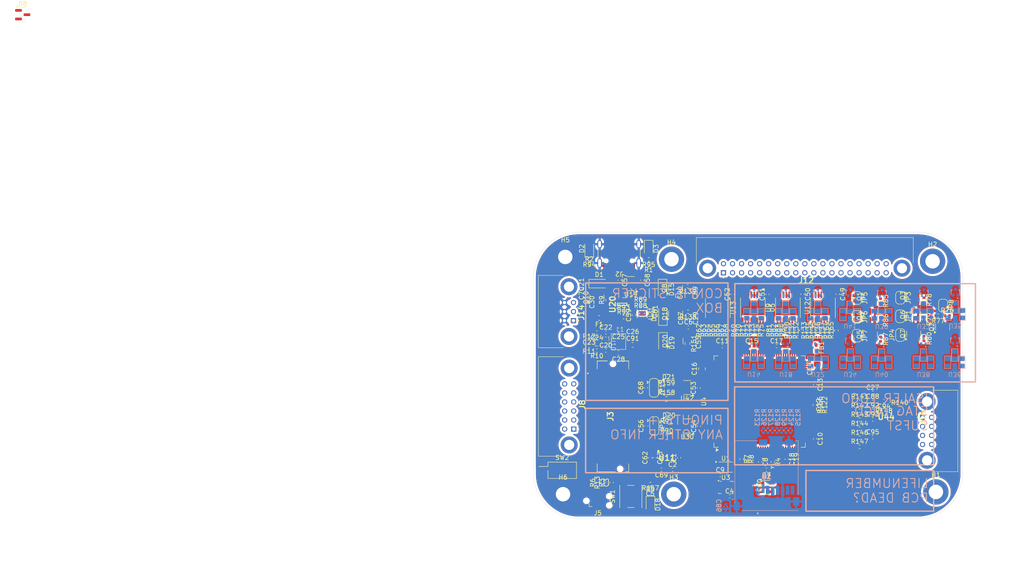
<source format=kicad_pcb>
(kicad_pcb (version 20241229) (generator "pcbnew") (generator_version "9.0")
  (layers (0 "F.Cu" signal) (2 "B.Cu" signal) (13 "F.Paste" user) (15 "B.Paste" user) (5 "F.SilkS" user "F.Silkscreen") (7 "B.SilkS" user "B.Silkscreen") (1 "F.Mask" user) (3 "B.Mask" user) (25 "Edge.Cuts" user))
  (net 0 "")
  (net 1 "/MCU/nRST")
  (net 2 "GND")
  (net 3 "+3V3")
  (net 4 "Net-(C7-Pad1)")
  (net 5 "Net-(U11-V-)")
  (net 6 "+VIN_PROT")
  (net 7 "Net-(U10-BOOT)")
  (net 8 "+5V_REG")
  (net 9 "Net-(U21-FB)")
  (net 10 "/Power/VCC1")
  (net 11 "/Power/SW1")
  (net 12 "+VIN")
  (net 13 "/MCU/OSC_IN")
  (net 14 "Net-(U4-VCAP_1)")
  (net 15 "Net-(U4-VCAP_2)")
  (net 16 "+3V3A")
  (net 17 "+DV1_PROT")
  (net 18 "Net-(U11-V+)")
  (net 19 "Net-(C88-Pad2)")
  (net 20 "Net-(C93-Pad2)")
  (net 21 "Net-(C94-Pad2)")
  (net 22 "Net-(U11-C1+)")
  (net 23 "Net-(D2-A)")
  (net 24 "Net-(D16-A)")
  (net 25 "Net-(U44B-+)")
  (net 26 "Net-(U44B--)")
  (net 27 "Net-(U44C-+)")
  (net 28 "Net-(U44C--)")
  (net 29 "Net-(U44A-+)")
  (net 31 "/Power/FB1")
  (net 33 "R2DS+")
  (net 34 "+DV1")
  (net 35 "Net-(JP2-C)")
  (net 36 "+5V_USB")
  (net 37 "Net-(U11-C1-)")
  (net 38 "Net-(U11-C2+)")
  (net 39 "Net-(U11-C2-)")
  (net 42 "Net-(D19-A)")
  (net 44 "/MCU/USB_D-")
  (net 47 "/MCU/USB_D+")
  (net 48 "Net-(J2-CC2)")
  (net 49 "Net-(J2-CC1)")
  (net 50 "Net-(JP15-C)")
  (net 51 "/MCU/SPI_MOSI")
  (net 53 "/MCU/SPI_MISO")
  (net 54 "/HSDI_13")
  (net 56 "/HSIO/LSD_R2D")
  (net 57 "Net-(Q3-D)")
  (net 58 "Net-(Q4-D)")
  (net 59 "Net-(Q5-D)")
  (net 60 "Net-(Q6-D)")
  (net 61 "Net-(Q7-D)")
  (net 63 "/MCU/OSC_OUT")
  (net 64 "/MCU/RST")
  (net 69 "Net-(D2-K)")
  (net 70 "/Power/USB_LED")
  (net 71 "/HSDI_12")
  (net 72 "/HSDI_14")
  (net 73 "/HSDI_11")
  (net 74 "/HSDI_9")
  (net 75 "/HSDI_8")
  (net 76 "/HSDO_PWM2")
  (net 77 "+5V_USB_PROT")
  (net 78 "Net-(D18-K)")
  (net 79 "/MCU/rob_led!")
  (net 80 "/CAN.F.L")
  (net 81 "/CAN.F.H")
  (net 82 "/CAN.C.H")
  (net 84 "+5V")
  (net 85 "/CAN.C.L")
  (net 89 "/BOOT_0")
  (net 90 "/A7_IN")
  (net 91 "/A4_IN")
  (net 92 "/A2_IN")
  (net 93 "/A3_IN")
  (net 94 "/A1_IN")
  (net 95 "/A6_IN")
  (net 96 "/A5_IN")
  (net 97 "/A8_IN")
  (net 98 "/MCU/EEPROM_WC")
  (net 99 "/MCU/TOO_HOT")
  (net 100 "/VCU.RS232.TX")
  (net 101 "/MCU/IMU_INTR1")
  (net 103 "/MCU/IMU_MODE")
  (net 105 "/MCU/IMU_ADDR")
  (net 106 "/MCU/IMU_INTR2")
  (net 107 "Net-(Q1-D)")
  (net 108 "Net-(U5-A1)")
  (net 109 "Net-(U5-A2)")
  (net 110 "Net-(U5-A3)")
  (net 112 "Net-(U5-A4)")
  (net 114 "Net-(U5-A5)")
  (net 115 "Net-(U5-A6)")
  (net 116 "Net-(U5-A7)")
  (net 117 "Net-(U12-A1)")
  (net 118 "/HS_LED_4")
  (net 123 "/HS_LED_6")
  (net 124 "/HS_LED_1")
  (net 126 "/RTDS+")
  (net 127 "/HSDI_3")
  (net 128 "Net-(U12-A2)")
  (net 129 "/HSDO_7")
  (net 130 "Net-(U12-A3)")
  (net 132 "/HSDI_1")
  (net 133 "/HSDI_2")
  (net 134 "/HSDO_4")
  (net 135 "Net-(U12-A4)")
  (net 136 "/HSDI_6")
  (net 137 "/HSDI_5")
  (net 138 "Net-(U12-A5)")
  (net 139 "/HS_LED_2")
  (net 140 "Net-(U12-A6)")
  (net 141 "/HSDI_7")
  (net 142 "/HSDO_9")
  (net 143 "/HSDO_5")
  (net 145 "/HSDO_8")
  (net 146 "/HS_LED_3")
  (net 147 "/HSDO_1")
  (net 148 "/HSDI_4")
  (net 149 "/HS_LED_5")
  (net 150 "/HSDO_PWM1")
  (net 151 "/HSDO_PWM3")
  (net 152 "/MCU/SWCLK")
  (net 153 "/HSDO_10")
  (net 154 "/HSDO_3")
  (net 155 "/HSDI_10")
  (net 156 "/HSDO_PWM4")
  (net 157 "Net-(U12-A7)")
  (net 158 "/RTDS-")
  (net 159 "/HSDO_2")
  (net 160 "/HSDO_6")
  (net 161 "/VCU.RS232.RX")
  (net 163 "/MCU/BOOT_0")
  (net 172 "/HSIO/LS_LED_1")
  (net 173 "/HSIO/LS_LED_2")
  (net 174 "/HSIO/LS_LED_3")
  (net 175 "/HSIO/LS_LED_4")
  (net 176 "/HSIO/LS_LED_5")
  (net 177 "/HSIO/LS_LED_6")
  (net 183 "Net-(JP8-B)")
  (net 186 "/MCU/SWO")
  (net 187 "/MCU/SWDIO")
  (net 188 "/MCU/I2C0_SDA")
  (net 190 "/MCU/I2C0_SCL")
  (net 191 "Net-(D1-A)")
  (net 192 "/MCU/PG1")
  (net 193 "/ADC/A1_MCU")
  (net 194 "/ADC/A2_MCU")
  (net 195 "/ADC/A3_MCU")
  (net 196 "/ADC/A4_MCU")
  (net 198 "/ADC/A5_MCU")
  (net 199 "/ADC/A6_MCU")
  (net 200 "/ADC/A7_MCU")
  (net 201 "/ADC/A8_MCU")
  (net 202 "/HSIO/LSDI_1")
  (net 203 "/HSIO/LSDI_2")
  (net 204 "/HSIO/LSDI_3")
  (net 205 "/HSIO/LSDI_4")
  (net 206 "/HSIO/LSDI_5")
  (net 207 "/HSIO/LSDI_6")
  (net 208 "/HSIO/LSDI_7")
  (net 209 "/HSIO/LSDI_8")
  (net 210 "/HSIO/LSDI_9")
  (net 211 "/HSIO/LSDI_10")
  (net 212 "/HSIO/LSDI_11")
  (net 213 "/HSIO/LSDI_12")
  (net 214 "/HSIO/LSDI_13")
  (net 215 "/HSIO/LSDI_14")
  (net 216 "/HSIO/LSDO_1")
  (net 217 "/HSIO/LSDO_2")
  (net 218 "/HSIO/LSDO_PWM1")
  (net 219 "/HSIO/LSDO_PWM2")
  (net 220 "/HSIO/LSDO_3")
  (net 221 "/HSIO/LSDO_4")
  (net 222 "/CAN/CAN1_TX")
  (net 223 "/CAN/CAN1_RX")
  (net 224 "/HSIO/CHECK_LED")
  (net 225 "Net-(JP2-B)")
  (net 226 "Net-(JP2-A)")
  (net 227 "Net-(U20-PR1)")
  (net 228 "/MCU/I2C1_SDA")
  (net 229 "/MCU/SD_CARD_DETECT")
  (net 230 "/MCU/SD_D0")
  (net 231 "/MCU/SD_D1")
  (net 232 "/MCU/SD_D2")
  (net 233 "/MCU/SD_D3")
  (net 234 "/MCU/SD_CMD")
  (net 235 "/MCU/SD_CK")
  (net 236 "Net-(J6-CLK)")
  (net 237 "/HSIO/LSDO_5")
  (net 238 "/HSIO/LSDO_6")
  (net 239 "/HSIO/LSDO_7")
  (net 240 "/HSIO/LSDO_8")
  (net 241 "/HSIO/LSDO_9")
  (net 242 "/HSIO/LSDO_10")
  (net 243 "/MCU/I2C1_SCL")
  (net 244 "Net-(JP15-B)")
  (net 245 "Net-(JP15-A)")
  (net 246 "/HSIO/LSDO_PWM3")
  (net 247 "/HSIO/LSDO_PWM4")
  (net 248 "/MCU/DEBUG_GP_3")
  (net 249 "/MCU/DEBUG_GP_5")
  (net 250 "/MCU/DEBUG_GP_8")
  (net 251 "/CAN/RS232_FON")
  (net 252 "/CAN/CAN2_RX")
  (net 253 "/CAN/UART0_TX")
  (net 254 "/CAN/CAN2_TX")
  (net 255 "/CAN/UART0_RX")
  (net 256 "/MCU/DEBUG_GP_6")
  (net 257 "/MCU/DEBUG_GP_11")
  (net 258 "/MCU/USART1_CK")
  (net 259 "/MCU/USART1_RX")
  (net 260 "/MCU/DEBUG_GP_10")
  (net 261 "/MCU/DEBUG_GP_12")
  (net 262 "/CAN/RS232_FOFF")
  (net 263 "/MCU/DEBUG_GP_2")
  (net 264 "/MCU/DEBUG_GP_7")
  (net 265 "/MCU/DEBUG_GP_4")
  (net 267 "/MCU/DEBUG_GP_1")
  (net 268 "/MCU/SPI_SCK")
  (net 269 "/MCU/USART1_TX")
  (net 270 "/CAN/RS232_BAD")
  (net 271 "/MCU/DEBUG_GP_9")
  (net 272 "/MCU/2_CANH")
  (net 276 "+5V_DEBUG")
  (net 277 "+3V3_DEBUG")
  (net 278 "Net-(D14-A)")
  (net 279 "Net-(D15-A)")
  (net 280 "Net-(SW2-B)")
  (footprint "SUFST:MEC112002LDAKTR" (layer "F.Cu") (at 132.550565 90.780979 -90)
    (property "Reference" "J3")
    (property "Value" "MEC112002LDAKTR" (hide yes))
  )
  (footprint "Resistor_SMD:R_0402_1005Metric" (layer "F.Cu") (at 172.25 71.74 90)
    (property "Reference" "R130")
    (property "Value" "1k")
  )
  (footprint "Resistor_SMD:R_0603_1608Metric" (layer "F.Cu") (at 144.375 81.95 180)
    (property "Reference" "R159")
    (property "Value" "60R")
  )
  (footprint "Package_SO:TSSOP-16_4.4x5mm_P0.65mm" (layer "F.Cu") (at 171.25 66.75 90)
    (property "Reference" "U5")
    (property "Value" "TXH0137D-Q1")
  )
  (footprint "Fuse:Fuse_0603_1608Metric_Pad1.05x0.95mm_HandSolder" (layer "F.Cu") (at 129.5 69 180)
    (property "Reference" "F1")
    (property "Value" "800mA")
  )
  (footprint "Resistor_SMD:R_0402_1005Metric" (layer "F.Cu") (at 204.5 68.5 180)
    (property "Reference" "R77")
    (property "Value" "3k3")
  )
  (footprint "SUFST:XGL3520" (layer "F.Cu") (at 133.767094 74.224478)
    (property "Reference" "L1")
    (property "Value" "XGL3520-152MEC")
  )
  (footprint "Capacitor_SMD:C_0402_1005Metric" (layer "F.Cu") (at 156.271288 103.795787)
    (property "Reference" "C9")
    (property "Value" "100nF")
  )
  (footprint "Inductor_SMD:L_0402_1005Metric_Pad0.77x0.64mm_HandSolder" (layer "F.Cu") (at 177.5 75.5725 -90)
    (property "Reference" "FB1")
    (property "Value" "FerriteBead")
  )
  (footprint "Capacitor_SMD:C_0402_1005Metric" (layer "F.Cu") (at 139.01 60.645 -90)
    (property "Reference" "C58")
    (property "Value" "0.1uF")
  )
  (footprint "Resistor_SMD:R_0402_1005Metric" (layer "F.Cu") (at 187.13 91.53)
    (property "Reference" "R143")
    (property "Value" "x")
  )
  (footprint "Package_TO_SOT_SMD:SOT-23" (layer "F.Cu") (at 1.955 1.9)
    (property "Reference" "D8")
    (property "Value" "BZX84-C3V3")
  )
  (footprint "Capacitor_SMD:C_0402_1005Metric" (layer "F.Cu") (at 182.25 63.75 -90)
    (property "Reference" "C49")
    (property "Value" "0.1uF")
  )
  (footprint "Capacitor_SMD:C_0603_1608Metric" (layer "F.Cu") (at 136.899172 74.973664)
    (property "Reference" "C91")
    (property "Value" "22uF")
  )
  (footprint "Package_TO_SOT_SMD:SOT-23" (layer "F.Cu") (at 129 64.5 90)
    (property "Reference" "Q10")
    (property "Value" "Q_PMOS")
  )
  (footprint "Resistor_SMD:R_0402_1005Metric" (layer "F.Cu") (at 131.265864 105.428625 90)
    (property "Reference" "R3")
    (property "Value" "100K")
  )
  (footprint "MountingHole:MountingHole_3.2mm_M3_DIN965_Pad_TopBottom" (layer "F.Cu") (at 121.5 108)
    (property "Reference" "H6")
    (property "Value" "M3")
  )
  (footprint "Resistor_SMD:R_0402_1005Metric" (layer "F.Cu") (at 134.886188 68.821095)
    (property "Reference" "R92")
    (property "Value" "90k")
  )
  (footprint "Package_TO_SOT_SMD:SOT-23" (layer "F.Cu") (at 189.5 68.5 90)
    (property "Reference" "Q4")
    (property "Value" "FDN359BN")
  )
  (footprint "Package_SON:WSON-6-1EP_2x2mm_P0.65mm_EP1x1.6mm_ThermalVias" (layer "F.Cu") (at 139 68 -90)
    (property "Reference" "U21")
    (property "Value" "TLV759P")
  )
  (footprint "Package_TO_SOT_SMD:SOT-23-6" (layer "F.Cu") (at 136.51 61.395 180)
    (property "Reference" "U19")
    (property "Value" "TPD3S014")
  )
  (footprint "SUFST:M80-5400842" (layer "F.Cu") (at 201.05 91 90)
    (property "Reference" "J11")
    (property "Value" "M80-5400842" (hide yes))
  )
  (footprint "Package_TO_SOT_SMD:SOT-23" (layer "F.Cu") (at 146.5 74.141572 90)
    (property "Reference" "Q20")
    (property "Value" "Q_PMOS")
  )
  (footprint "Resistor_SMD:R_0402_1005Metric" (layer "F.Cu") (at 127.307871 57.165606)
    (property "Reference" "R2")
    (property "Value" "5.1k")
  )
  (footprint "Connector:Tag-Connect_TC2030-IDC-NL_2x03_P1.27mm_Vertical" (layer "F.Cu") (at 129.19655 109.461951)
    (property "Reference" "J5")
    (property "Value" "TC2030")
  )
  (footprint "Capacitor_SMD:C_0402_1005Metric" (layer "F.Cu") (at 166.75 63.77 90)
    (property "Reference" "C51")
    (property "Value" "0.1uF")
  )
  (footprint "Capacitor_SMD:C_0402_1005Metric" (layer "F.Cu") (at 174.5 63.75 -90)
    (property "Reference" "C50")
    (property "Value" "0.1uF")
  )
  (footprint "Capacitor_SMD:C_0402_1005Metric" (layer "F.Cu") (at 126.75 63.5625 90)
    (property "Reference" "C70")
    (property "Value" "0.1uF")
  )
  (footprint "Resistor_SMD:R_0402_1005Metric" (layer "F.Cu") (at 192.5 88.4 180)
    (property "Reference" "R148")
    (property "Value" "x")
  )
  (footprint "Capacitor_SMD:C_0402_1005Metric" (layer "F.Cu") (at 128.980094 72.224478 180)
    (property "Reference" "C24")
    (property "Value" "0.1uF")
  )
  (footprint "Capacitor_SMD:C_0402_1005Metric" (layer "F.Cu") (at 151.508503 84.485799 90)
    (property "Reference" "C53")
    (property "Value" "100n")
  )
  (footprint "Resistor_SMD:R_0402_1005Metric" (layer "F.Cu") (at 140.842415 107.798314)
    (property "Reference" "R157")
    (property "Value" "200")
  )
  (footprint "Resistor_SMD:R_0402_1005Metric" (layer "F.Cu") (at 187.13 89.54)
    (property "Reference" "R142")
    (property "Value" "x")
  )
  (footprint "Capacitor_SMD:C_0402_1005Metric" (layer "F.Cu") (at 190.02 89.49)
    (property "Reference" "C92")
    (property "Value" "x")
  )
  (footprint "Capacitor_SMD:C_0603_1608Metric" (layer "F.Cu") (at 133.767094 76.724478 180)
    (property "Reference" "C28")
    (property "Value" "22uF")
  )
  (footprint "Package_TO_SOT_SMD:SOT-23" (layer "F.Cu") (at 146.364447 62.418159 90)
    (property "Reference" "Q8")
    (property "Value" "Q_PMOS")
  )
  (footprint "Capacitor_SMD:C_0402_1005Metric" (layer "F.Cu") (at 190.02 91.46)
    (property "Reference" "C93")
    (property "Value" "x")
  )
  (footprint "Resistor_SMD:R_0402_1005Metric" (layer "F.Cu") (at 140.466764 56.032158 180)
    (property "Reference" "R95")
    (property "Value" "x")
  )
  (footprint "Resistor_SMD:R_0402_1005Metric" (layer "F.Cu") (at 158.75 71.75 90)
    (property "Reference" "R68")
    (property "Value" "1k")
  )
  (footprint "Capacitor_SMD:C_0402_1005Metric" (layer "F.Cu") (at 149.227448 71.076063)
    (property "Reference" "C6")
    (property "Value" "100nF")
  )
  (footprint "Capacitor_SMD:C_0402_1005Metric" (layer "F.Cu") (at 190.02 87.52)
    (property "Reference" "C88")
    (property "Value" "x")
  )
  (footprint "Resistor_SMD:R_0402_1005Metric" (layer "F.Cu") (at 154.75 71.75 90)
    (property "Reference" "R64")
    (property "Value" "1k")
  )
  (footprint "Package_DFN_QFN:WFDFPN-8-1EP_3x2mm_P0.5mm_EP1.25x1.35mm" (layer "F.Cu") (at 157.5 102)
    (property "Reference" "U1")
    (property "Value" "M24256-DRD")
  )
  (footprint "MountingHole:MountingHole_3.2mm_M3_DIN965_Pad_TopBottom" (layer "F.Cu") (at 146 108)
    (property "Reference" "H3")
    (property "Value" "M3")
  )
  (footprint "Resistor_SMD:R_0402_1005Metric" (layer "F.Cu") (at 201.355699 65.030758 -90)
    (property "Reference" "R78")
    (property "Value" "1K")
  )
  (footprint "Capacitor_SMD:C_0402_1005Metric" (layer "F.Cu") (at 139.875 84.45 90)
    (property "Reference" "C68")
    (property "Value" "4.7n")
  )
  (footprint "Resistor_SMD:R_0402_1005Metric" (layer "F.Cu") (at 187.13 97.5)
    (property "Reference" "R147")
    (property "Value" "x")
  )
  (footprint "Package_SO:TSSOP-16_4.4x5mm_P0.65mm" (layer "F.Cu") (at 179 66.75 90)
    (property "Reference" "U12")
    (property "Value" "TXH0137D-Q1")
  )
  (footprint "SUFST:SOTFL50P160X60-8N" (layer "F.Cu") (at 134.572553 65.991452 90)
    (property "Reference" "U20")
    (property "Value" "TPS2117" (hide yes))
  )
  (footprint "Capacitor_SMD:C_0402_1005Metric" (layer "F.Cu") (at 179.25 88.25 90)
    (property "Reference" "C12")
    (property "Value" "100nF")
  )
  (footprint "Resistor_SMD:R_0402_1005Metric" (layer "F.Cu") (at 167.913246 100.875311 -90)
    (property "Reference" "R4")
    (property "Value" "1.3K")
  )
  (footprint "Package_LGA:LGA-14_3x2.5mm_P0.5mm_LayoutBorder3x4y" (layer "F.Cu") (at 157.5 106.5)
    (property "Reference" "U3")
    (property "Value" "ISM330DHCX")
  )
  (footprint "Package_TO_SOT_SMD:SOT-23" (layer "F.Cu") (at 199.105699 68.280758 90)
    (property "Reference" "Q6")
    (property "Value" "FDN359BN")
  )
  (footprint "Package_TO_SOT_SMD:SOT-23" (layer "F.Cu") (at 199.105699 64.030758 90)
    (property "Reference" "Q3")
    (property "Value" "FDN359BN")
  )
  (footprint "Capacitor_SMD:C_0402_1005Metric" (layer "F.Cu") (at 151.585303 92.95104 90)
    (property "Reference" "C54")
    (property "Value" "100n")
  )
  (footprint "Package_SO:TSSOP-16_4.4x5mm_P0.65mm" (layer "F.Cu") (at 163.5 66.75 -90)
    (property "Reference" "U9")
    (property "Value" "TXH0137D-Q1")
  )
  (footprint "Resistor_SMD:R_0402_1005Metric" (layer "F.Cu") (at 176 71.75 90)
    (property "Reference" "R133")
    (property "Value" "1k")
  )
  (footprint "Jumper:SolderJumper-2_P1.3mm_Open_RoundedPad1.0x1.5mm" (layer "F.Cu") (at 205.6 66.25 -90)
    (property "Reference" "JP8")
    (property "Value" "SolderJumper_2_Open")
  )
  (footprint "MountingHole:MountingHole_3.2mm_M3_DIN965_Pad_TopBottom" (layer "F.Cu") (at 145.5 56)
    (property "Reference" "H4")
    (property "Value" "M3")
  )
  (footprint "Package_TO_SOT_SMD:SOT-23-5" (layer "F.Cu") (at 166.5 106.5)
    (property "Reference" "U2")
    (property "Value" "MCP9800Ax-xOT")
  )
  (footprint "Resistor_SMD:R_0402_1005Metric" (layer "F.Cu") (at 164.5 71.76 90)
    (property "Reference" "R73")
    (property "Value" "1k")
  )
  (footprint "Capacitor_SMD:C_0402_1005Metric" (layer "F.Cu") (at 177.25 83.77 -90)
    (property "Reference" "C13")
    (property "Value" "100nF")
  )
  (footprint "LED_SMD:LED_0805_2012Metric_Pad1.15x1.40mm_HandSolder" (layer "F.Cu") (at 140.842415 110.298314 -90)
    (property "Reference" "D18")
    (property "Value" "LED")
  )
  (footprint "Capacitor_SMD:C_0402_1005Metric" (layer "F.Cu") (at 190.02 85.55)
    (property "Reference" "C27")
    (property "Value" "x")
  )
  (footprint "SUFST:LMR33630CRNX" (layer "F.Cu") (at 130.355594 74.224478 -90)
    (property "Reference" "U10")
    (property "Value" "LMR33630CRNX")
  )
  (footprint "Capacitor_SMD:C_0402_1005Metric" (layer "F.Cu") (at 141.799554 99.95 -90)
    (property "Reference" "C63")
    (property "Value" "0.047uF")
  )
  (footprint "Resistor_SMD:R_0402_1005Metric" (layer "F.Cu") (at 191.75 69.51 -90)
    (property "Reference" "R86")
    (property "Value" "1K")
  )
  (footprint "Resistor_SMD:R_0402_1005Metric" (layer "F.Cu") (at 163.5 71.76 90)
    (property "Reference" "R72")
    (property "Value" "1k")
  )
  (footprint "Package_QFP:LQFP-144_20x20mm_P0.5mm" (layer "F.Cu") (at 165 87.5 90)
    (property "Reference" "U4")
    (property "Value" "STM32F746ZGT6")
  )
  (footprint "SUFST:TRS33221EIRGTR" (layer "F.Cu") (at 144.5 99.95)
    (property "Reference" "U11")
    (property "Value" "TRS3221E" (hide yes))
  )
  (footprint "Resistor_SMD:R_0402_1005Metric" (layer "F.Cu") (at 187.13 87.55)
    (property "Reference" "R141")
    (property "Value" "x")
  )
  (footprint "Capacitor_SMD:C_0402_1005Metric" (layer "F.Cu") (at 159 63.77 90)
    (property "Reference" "C52")
    (property "Value" "0.1uF")
  )
  (footprint "Capacitor_SMD:C_0402_1005Metric" (layer "F.Cu") (at 149.581303 63.437724 -90)
    (property "Reference" "C89")
    (property "Value" "100nF")
  )
  (footprint "Resistor_SMD:R_0402_1005Metric" (layer "F.Cu") (at 162 100.22 -90)
    (property "Reference" "R8")
    (property "Value" "2.2K")
  )
  (footprint "Resistor_SMD:R_0402_1005Metric" (layer "F.Cu") (at 127.255094 75.224478 180)
    (property "Reference" "R11")
    (property "Value" "100k")
  )
  (footprint "Resistor_SMD:R_0402_1005Metric" (layer "F.Cu") (at 129.252541 105.438095 90)
    (property "Reference" "R6")
    (property "Value" "10K")
  )
  (footprint "Resistor_SMD:R_0402_1005Metric" (layer "F.Cu") (at 160.5 71.77 90)
    (property "Reference" "R69")
    (property "Value" "1k")
  )
  (footprint "Resistor_SMD:R_0402_1005Metric" (layer "F.Cu") (at 152.75 71.75 90)
    (property "Reference" "R62")
    (property "Value" "1k")
  )
  (footprint "Resistor_SMD:R_0402_1005Metric" (layer "F.Cu") (at 168.25 71.75 90)
    (property "Reference" "R81")
    (property "Value" "1k")
  )
  (footprint "Resistor_SMD:R_0402_1005Metric" (layer "F.Cu") (at 181 71.75 90)
    (property "Reference" "R164")
    (property "Value" "1k")
  )
  (footprint "Button_Switch_SMD:SW_DIP_SPSTx01_Slide_Omron_A6S-110x_W8.9mm_P2.54mm" (layer "F.Cu") (at 121.318138 102.70642)
    (property "Reference" "SW2")
    (property "Value" "SW_SPST")
  )
  (footprint "Capacitor_SMD:C_0402_1005Metric" (layer "F.Cu") (at 126.75 61.5625 90)
    (property "Reference" "C21")
    (property "Value" "10uF")
  )
  (footprint "Resistor_SMD:R_0402_1005Metric" (layer "F.Cu") (at 187.13 95.51)
    (property "Reference" "R146")
    (property "Value" "x")
  )
  (footprint "Capacitor_SMD:C_0402_1005Metric" (layer "F.Cu") (at 163.25 75.25)
    (property "Reference" "C15")
    (property "Value" "100nF")
  )
  (footprint "Capacitor_SMD:C_0402_1005Metric" (layer "F.Cu") (at 147.174478 99.93 90)
    (property "Reference" "C1")
    (property "Value" "100n")
  )
  (footprint "Capacitor_SMD:C_0402_1005Metric" (layer "F.Cu") (at 165.124763 100.852641 -90)
    (property "Reference" "C8")
    (property "Value" "4.7pF")
  )
  (footprint "Capacitor_SMD:C_0402_1005Metric" (layer "F.Cu") (at 168.75 75.25)
    (property "Reference" "C17")
    (property "Value" "100nF")
  )
  (footprint "Capacitor_SMD:C_0402_1005Metric" (layer "F.Cu") (at 149.682849 69.074934 -90)
    (property "Reference" "C29")
    (property "Value" "100nF")
  )
  (footprint "SUFST:TLV9104IRUCR" (layer "F.Cu") (at 193 90.9)
    (property "Reference" "U44")
    (property "Value" "Opamp_Quad" (hide yes))
  )
  (footprint "MountingHole:MountingHole_3.2mm_M3_DIN965_Pad_TopBottom" (layer "F.Cu") (at 204 107.5)
    (property "Reference" "H1")
    (property "Value" "M3")
  )
  (footprint "Resistor_SMD:R_0402_1005Metric" (layer "F.Cu") (at 177 71.75 90)
    (property "Reference" "R134")
    (property "Value" "1k")
  )
  (footprint "LED_SMD:LED_0805_2012Metric_Pad1.15x1.40mm_HandSolder" (layer "F.Cu") (at 140.456982 53.673996 -90)
    (property "Reference" "D3")
    (property "Value" "LED")
  )
  (footprint "Resistor_SMD:R_0402_1005Metric" (layer "F.Cu") (at 178.25 88.239881 -90)
    (property "Reference" "R122")
    (property "Value" "2.2K")
  )
  (footprint "Resistor_SMD:R_0402_1005Metric" (layer "F.Cu") (at 130.252541 105.438095 90)
    (property "Reference" "R13")
    (property "Value" "10K")
  )
  (footprint "Resistor_SMD:R_0402_1005Metric" (layer "F.Cu") (at 170.25 71.74 90)
    (property "Reference" "R83")
    (property "Value" "1k")
  )
  (footprint "Resistor_SMD:R_0402_1005Metric" (layer "F.Cu") (at 191.748283 65.250591 -90)
    (property "Reference" "R85")
    (property "Value" "1K")
  )
  (footprint "MountingHole:MountingHole_3.2mm_M3_DIN965_Pad_TopBottom" (layer "F.Cu") (at 122 55.5)
    (property "Reference" "H5")
    (property "Value" "M3")
  )
  (footprint "Package_SO:TSSOP-16_4.4x5mm_P0.65mm" (layer "F.Cu") (at 155.75 66.75 -90)
    (property "Reference" "U13")
    (property "Value" "TXH0137D-Q1")
  )
  (footprint "Resistor_SMD:R_0402_1005Metric" (layer "F.Cu") (at 161 100.22 -90)
    (property "Reference" "R7")
    (property "Value" "2.2K")
  )
  (footprint "Package_TO_SOT_SMD:SOT-23" (layer "F.Cu") (at 144.875 84.45)
    (property "Reference" "D21")
    (property "Value" "NUP2105L")
  )
  (footprint "Resistor_SMD:R_0402_1005Metric" (layer "F.Cu") (at 161.49 71.76 90)
    (property "Reference" "R70")
    (property "Value" "1k")
  )
  (footprint "Capacitor_SMD:C_0402_1005Metric" (layer "F.Cu") (at 148.587161 63.440273 90)
    (property "Reference" "C90")
    (property "Value" "10uF")
  )
  (footprint "Capacitor_SMD:C_0402_1005Metric" (layer "F.Cu") (at 137.192696 68.386356 90)
    (property "Reference" "C59")
    (property "Value" "1uF")
  )
  (footprint "Capacitor_SMD:C_0402_1005Metric" (layer "F.Cu") (at 126.75 65.5 -90)
    (property "Reference" "C30")
    (property "Value" "100nF")
  )
  (footprint "Diode_SMD:Nexperia_CFP3_SOD-123W" (layer "F.Cu") (at 129.5 61.409476)
    (property "Reference" "D1")
    (property "Value" "D_Zener")
  )
  (footprint "Diode_SMD:Nexperia_CFP3_SOD-123W" (layer "F.Cu") (at 143.515812 62.683266 -90)
    (property "Reference" "D15")
    (property "Value" "D_Zener")
  )
  (footprint "MountingHole:MountingHole_3.2mm_M3_DIN965_Pad_TopBottom" (layer "F.Cu") (at 203.270067 56.457704)
    (property "Reference" "H2")
    (property "Value" "M3")
  )
  (footprint "Resistor_SMD:R_0402_1005Metric" (layer "F.Cu") (at 149.05829 61.97807 180)
    (property "Reference" "R139")
    (property "Value" "10k")
  )
  (footprint "Capacitor_SMD:C_0402_1005Metric" (layer "F.Cu") (at 171.972341 100.27012 -90)
    (property "Reference" "C19")
    (property "Value" "1uF")
  )
  (footprint "Jumper:SolderJumper-2_P1.3mm_Open_RoundedPad1.0x1.5mm" (layer "F.Cu") (at 186.498283 64.590591 -90)
    (property "Reference" "JP5")
    (property "Value" "SolderJumper_2_Open")
  )
  (footprint "Package_TO_SOT_SMD:SOT-23" (layer "F.Cu") (at 144.9375 92.95)
    (property "Reference" "D20")
    (property "Value" "NUP2105L")
  )
  (footprint "Resistor_SMD:R_0402_1005Metric" (layer "F.Cu") (at 127.316408 56.027515 180)
    (property "Reference" "R94")
    (property "Value" "1k5")
  )
  (footprint "Connector_USB:USB_C_Receptacle_GCT_USB4105-xx-A_16P_TopMnt_Horizontal" (layer "F.Cu") (at 133.913543 53.751243 180)
    (property "Reference" "J2")
    (property "Value" "USB_C_Receptacle_USB2.0_16P")
  )
  (footprint "Resistor_SMD:R_0402_1005Metric" (layer "F.Cu") (at 206.5 68.5)
    (property "Reference" "R76")
    (property "Value" "1k")
  )
  (footprint "Capacitor_SMD:C_0402_1005Metric" (layer "F.Cu") (at 145.739201 102.588023)
    (property "Reference" "C2")
    (property "Value" "0.33uF")
  )
  (footprint "Capacitor_SMD:C_0402_1005Metric" (layer "F.Cu") (at 134.01 60.645 -90)
    (property "Reference" "C57")
    (property "Value" "150uF")
  )
  (footprint "Button_Switch_SMD:SW_SPST_PTS647_Sx38" (layer "F.Cu") (at 136.5 108.5 90)
    (property "Reference" "SW1")
    (property "Value" "CK_KMS2xxG")
  )
  (footprint "Resistor_SMD:R_0603_1608Metric" (layer "F.Cu") (at 144.4375 90.4 180)
    (property "Reference" "R91")
    (property "Value" "60R")
  )
  (footprint "Resistor_SMD:R_0402_1005Metric" (layer "F.Cu") (at 162.5 71.76 90)
    (property "Reference" "R71")
    (property "Value" "1k")
  )
  (footprint "Package_TO_SOT_SMD:SOT-23" (layer "F.Cu") (at 189.498283 64.240591 90)
    (property "Reference" "Q1")
    (property "Value" "FDN359BN")
  )
  (footprint "Capacitor_SMD:C_0402_1005Metric" (layer "F.Cu") (at 190.02 95.4)
    (property "Reference" "C95")
    (property "Value" "x")
  )
  (footprint "Resistor_SMD:R_0402_1005Metric" (layer "F.Cu") (at 177.202792 88.25 -90)
    (property "Reference" "R156")
    (property "Value" "2.2K")
  )
  (footprint "Resistor_SMD:R_0603_1608Metric" (layer "F.Cu") (at 144.4375 95.4)
    (property "Reference" "R90")
    (property "Value" "60R")
  )
  (footprint "Resistor_SMD:R_0402_1005Metric" (layer "F.Cu") (at 201.355699 69.290758 -90)
    (property "Reference" "R79")
    (property "Value" "1K")
  )
  (footprint "Resistor_SMD:R_0402_1005Metric" (layer "F.Cu") (at 149.145907 67.625882 180)
    (property "Reference" "R138")
    (property "Value" "10k")
  )
  (footprint "Resistor_SMD:R_0402_1005Metric" (layer "F.Cu") (at 201.355699 73.530758 -90)
    (property "Reference" "R80")
    (property "Value" "1K")
  )
  (footprint "Diode_SMD:Nexperia_CFP3_SOD-123W" (layer "F.Cu") (at 143.599278 74.5 -90)
    (property "Reference" "D19")
    (property "Value" "D_Zener")
  )
  (footprint "Jumper:SolderJumper-3_P1.3mm_Open_RoundedPad1.0x1.5mm" (layer "F.Cu") (at 141.6875 92.9 -90)
    (property "Reference" "JP2")
    (property "Value" "SolderJumper_3_Open")
  )
  (footprint "Resistor_SMD:R_0402_1005Metric" (layer "F.Cu") (at 191.748283 73.678091 -90)
    (property "Reference" "R87")
    (property "Value" "1K")
  )
  (footprint "Resistor_SMD:R_0402_1005Metric" (layer "F.Cu") (at 140.811176 105.762925 180)
    (property "Reference" "R5")
    (property "Value" "10K")
  )
  (footprint "Capacitor_SMD:C_0402_1005Metric" (layer "F.Cu") (at 130.980094 76.224478)
    (property "Reference" "C20")
    (property "Value" "10uF")
  )
  (footprint "Resistor_SMD:R_0402_1005Metric" (layer "F.Cu") (at 187.13 93.52)
    (property "Reference" "R144")
    (property "Value" "x")
  )
  (footprint "Resistor_SMD:R_0402_1005Metric" (layer "F.Cu") (at 165.5 71.77 90)
    (property "Reference" "R74")
    (property "Value" "1k")
  )
  (footprint "Capacitor_SMD:C_0402_1005Metric" (layer "F.Cu") (at 130.980094 72.224478)
    (property "Reference" "C22")
    (property "Value" "220nF")
  )
  (footprint "Resistor_SMD:R_0402_1005Metric" (layer "F.Cu") (at 171.25 71.74 90)
    (property "Reference" "R84")
    (property "Value" "1k")
  )
  (footprint "Resistor_SMD:R_0402_1005Metric" (layer "F.Cu") (at 156.75 71.75 90)
    (property "Reference" "R66")
    (property "Value" "1k")
  )
  (footprint "Capacitor_SMD:C_0402_1005Metric" (layer "F.Cu") (at 132.265864 105.428625 90)
    (property "Reference" "C3")
    (property "Value" "68nF")
  )
  (footprint "Resistor_SMD:R_0402_1005Metric" (layer "F.Cu") (at 155.75 71.75 90)
    (property "Reference" "R65")
    (property "Value" "1k")
  )
  (footprint "Resistor_SMD:R_0402_1005Metric" (layer "F.Cu") (at 140.456982 57.173996 180)
    (property "Reference" "R1")
    (property "Value" "5.1k")
  )
  (footprint "Jumper:SolderJumper-2_P1.3mm_Open_RoundedPad1.0x1.5mm" (layer "F.Cu") (at 196.105699 68.630758 -90)
    (property "Reference" "JP1")
    (property "Value" "SolderJumper_2_Open")
  )
  (footprint "Resistor_SMD:R_0402_1005Metric" (layer "F.Cu") (at 169.25 71.75 90)
    (property "Reference" "R82")
    (property "Value" "1k")
  )
  (footprint "NetTie:NetTie-2_SMD_Pad0.5mm" (layer "F.Cu") (at 204 66 90)
    (property "Reference" "NT1" (hide yes))
    (property "Value" "NetTie_2" (hide yes))
  )
  (footprint "Capacitor_SMD:C_0402_1005Metric" (layer "F.Cu") (at 150.321269 74.39727 -90)
    (property "Reference" "C55")
    (property "Value" "10uF")
  )
  (footprint "Capacitor_SMD:C_0402_1005Metric" (layer "F.Cu") (at 158.347244 108.479328)
    (property "Reference" "C4")
    (property "Value" "100nF")
  )
  (footprint "Resistor_SMD:R_0402_1005Metric" (layer "F.Cu") (at 138.65 66.1125)
    (property "Reference" "R89")
    (property "Value" "1k5")
  )
  (footprint "Capacitor_SMD:C_0402_1005Metric" (layer "F.Cu") (at 140.764973 67.587124 -90)
    (property "Reference" "C61")
    (property "Value" "1uF")
  )
  (footprint "Capacitor_SMD:C_0402_1005Metric" (layer "F.Cu") (at 177.25 95.75 -90)
    (property "Reference" "C10")
    (property "Value" "4.7uF")
  )
  (footprint "SUFST:M80-5403842" (layer "F.Cu") (at 157 59 180)
    (property "Reference" "J12")
    (property "Value" "M80-5403842" (hide yes))
  )
  (footprint "Capacitor_SMD:C_0402_1005Metric" (layer "F.Cu") (at 166.508418 102.600142 180)
    (property "Reference" "C7")
    (property "Value" "4.7pF")
  )
  (footprint "Package_TO_SOT_SMD:SOT-23-8" (layer "F.Cu") (at 148.9375 84.4 180)
    (property "Reference" "U42")
    (property "Value" "TCAN3404-Q1")
  )
  (footprint "Resistor_SMD:R_0402_1005Metric" (layer "F.Cu") (at 182 71.75 90)
    (property "Reference" "R165")
    (property "Value" "1k")
  )
  (footprint "Resistor_SMD:R_0402_1005Metric" (layer "F.Cu") (at 138.65 65.1125 180)
    (property "Reference" "R88")
    (property "Value" "1k5")
  )
  (footprint "Capacitor_SMD:C_0603_1608Metric" (layer "F.Cu") (at 136.899172 73.473664)
    (property "Reference" "C26")
    (property "Value" "22uF")
  )
  (footprint "LED_SMD:LED_0805_2012Metric_Pad1.15x1.40mm_HandSolder" (layer "F.Cu") (at 127.307871 53.665606 90)
    (property "Reference" "D2")
    (property "Value" "LED")
  )
  (footprint "Package_TO_SOT_SMD:SOT-23" (layer "F.Cu") (at 189.498283 72.678091 90)
    (property "Reference" "Q5")
    (property "Value" "FDN359BN")
  )
  (footprint "Jumper:SolderJumper-2_P1.3mm_Open_RoundedPad1.0x1.5mm" (layer "F.Cu") (at 196.105699 72.780758 90)
    (property "Reference" "JP4")
    (property "Value" "SolderJumper_2_Open")
  )
  (footprint "Capacitor_SMD:C_0402_1005Metric" (layer "F.Cu") (at 171 100.27 -90)
    (property "Reference" "C18")
    (property "Value" "100nF")
  )
  (footprint "Resistor_SMD:R_0402_1005Metric" (layer "F.Cu") (at 157.75 71.76 90)
    (property "Reference" "R67")
    (property "Value" "1k")
  )
  (footprint "Resistor_SMD:R_0603_1608Metric" (layer "F.Cu") (at 144.375 86.95)
    (property "Reference" "R158")
    (property "Value" "60R")
  )
  (footprint "Package_TO_SOT_SMD:SOT-23" (layer "F.Cu") (at 146.414447 68.0625 90)
    (property "Reference" "Q18")
    (property "Value" "Q_PMOS")
  )
  (footprint "Capacitor_SMD:C_0402_1005Metric" (layer "F.Cu") (at 143.276921 102.592232 180)
    (property "Reference" "C69")
    (property "Value" "0.33uF")
  )
  (footprint "Capacitor_SMD:C_0805_2012Metric_Pad1.18x1.45mm_HandSolder" (layer "F.Cu") (at 152.25 80.25 90)
    (property "Reference" "C16")
    (property "Value" "2.2uF")
  )
  (footprint "Resistor_SMD:R_0402_1005Metric" (layer "F.Cu") (at 174.25 71.74 90)
    (property "Reference" "R132")
    (property "Value" "1k")
  )
  (footprint "Capacitor_SMD:C_0402_1005Metric" (layer "F.Cu") (at 140.820625 99.931621 90)
    (property "Reference" "C62")
    (property "Value" "0.33uF")
  )
  (footprint "Capacitor_SMD:C_0402_1005Metric" (layer "F.Cu") (at 163.8625 106.05 -90)
    (property "Reference" "C60")
    (property "Value" "100nF")
  )
  (footprint "Capacitor_SMD:C_0805_2012Metric_Pad1.18x1.45mm_HandSolder" (layer "F.Cu") (at 177.75 80.25 90)
    (property "Reference" "C14")
    (property "Value" "2.2uF")
  )
  (footprint "Resistor_SMD:R_0402_1005Metric" (layer "F.Cu") (at 195.99 88.9)
    (property "Reference" "R140")
    (property "Value" "x")
  )
  (footprint "Resistor_SMD:R_0402_1005Metric" (layer "F.Cu") (at 178 71.75 90)
    (property "Reference" "R135")
    (property "Value" "1k")
  )
  (footprint "Capacitor_SMD:C_0402_1005Metric" (layer "F.Cu") (at 192.52 87.4 180)
    (property "Reference" "C94")
    (property "Value" "x")
  )
  (footprint "Capacitor_SMD:C_0402_1005Metric" (layer "F.Cu") (at 156.75 75.25)
    (property "Reference" "C11")
    (property "Value" "100nF")
  )
  (footprint "Jumper:SolderJumper-2_P1.3mm_Open_RoundedPad1.0x1.5mm" (layer "F.Cu") (at 186.498283 72.928091 -90)
    (property "Reference" "JP7")
    (property "Value" "SolderJumper_2_Open")
  )
  (footprint "SUFST:M80-5400642" (layer "F.Cu") (at 123.812851 69.589205 -90)
    (property "Reference" "J14")
    (property "Value" "M80-5400642" (hide yes))
  )
  (footprint "SUFST:Resonator_SMD_ECS_ECX-1247Q_1.6x1.2x0.3mm" (layer "F.Cu") (at 166.5 101 -90)
    (property "Reference" "Y1")
    (property "Value" "25MHz")
  )
  (footprint "Resistor_SMD:R_0603_1608Metric" (layer "F.Cu") (at 149.028571 74.667174 -90)
    (property "Reference" "R151")
    (property "Value" "10k")
  )
  (footprint "SUFST:M80-5401242" (layer "F.Cu") (at 123.862851 93.589205 -90)
    (property "Reference" "J8")
    (property "Value" "M80-5401242" (hide yes))
  )
  (footprint "Resistor_SMD:R_0402_1005Metric" (layer "F.Cu") (at 153.77 71.75 90)
    (property "Reference" "R63")
    (property "Value" "1k")
  )
  (footprint "Jumper:SolderJumper-3_P1.3mm_Open_RoundedPad1.0x1.5mm" (layer "F.Cu") (at 141.625 84.45 -90)
    (property "Reference" "JP15")
    (property "Value" "SolderJumper_3_Open")
  )
  (footprint "Jumper:SolderJumper-2_P1.3mm_Open_RoundedPad1.0x1.5mm" (layer "F.Cu") (at 186.5 68.75 -90)
    (property "Reference" "JP6")
    (property "Value" "SolderJumper_2_Open")
  )
  (footprint "Diode_SMD:Nexperia_CFP3_SOD-123W" (layer "F.Cu") (at 143.605779 68.371669 90)
    (property "Reference" "D14")
    (property "Value" "D_Zener")
  )
  (footprint "Resistor_SMD:R_0603_1608Metric" (layer "F.Cu") (at 131.5 65.051038 90)
    (property "Reference" "R9")
    (property "Value" "10k")
  )
  (footprint "Package_TO_SOT_SMD:SOT-23" (layer "F.Cu") (at 205.5 71 90)
    (property "Reference" "Q2")
    (property "Value" "FDN359BN")
  )
  (footprint "Resistor_SMD:R_0402_1005Metric" (layer "F.Cu") (at 166.5 71.76 90)
    (property "Reference" "R75")
    (property "Value" "1k")
  )
  (footprint "Capacitor_SMD:C_0402_1005Metric" (layer "F.Cu") (at 127.255094 73.224478 180)
    (property "Reference" "C23")
    (property "Value" "1uF")
  )
  (footprint "Capacitor_SMD:C_0402_1005Metric" (layer "F.Cu") (at 140.791371 106.718538 180)
    (property "Reference" "C5")
    (property "Value" "100n")
  )
  (footprint "Capacitor_SMD:C_0402_1005Metric" (layer "F.Cu") (at 139.9375 92.9 90)
    (property "Reference" "C56")
    (property "Value" "4.7n")
  )
  (footprint "Capacitor_SMD:C_0603_1608Metric" (layer "F.Cu") (at 133.767094 71.724478 180)
    (property "Reference" "C25")
    (property "Value" "22uF")
  )
  (footprint "Resistor_SMD:R_0402_1005Metric" (layer "F.Cu") (at 179 71.75 90)
    (property "Reference" "R136")
    (property "Value" "1k")
  )
  (footprint "Package_TO_SOT_SMD:SOT-23" (layer "F.Cu") (at 199.105699 72.530758 90)
    (property "Reference" "Q7")
    (property "Value" "FDN359BN")
  )
  (footprint "Package_TO_SOT_SMD:SOT-23-8" (layer "F.Cu") (at 149 92.9 180)
    (property "Reference" "U30")
    (property "Value" "TCAN3404-Q1")
  )
  (footprint "Jumper:SolderJumper-2_P1.3mm_Open_RoundedPad1.0x1.5mm" (layer "F.Cu") (at 196.105699 64.530758 -90)
    (property "Reference" "JP3")
    (property "Value" "SolderJumper_2_Open")
  )
  (footprint "Capacitor_SMD:C_0402_1005Metric" (layer "F.Cu") (at 148.708178 69.086043 90)
    (property "Reference" "C87")
    (property "Value" "10uF")
  )
  (footprint "Resistor_SMD:R_0402_1005Metric" (layer "F.Cu") (at 127.255094 74.224478)
    (property "Reference" "R12")
    (property "Value" "24.9k")
  )
  (footprint "Resistor_SMD:R_0402_1005Metric" (layer "F.Cu") (at 173.25 71.74 90)
    (property "Reference" "R131")
    (property "Value" "1k")
  )
  (footprint "Resistor_SMD:R_0402_1005Metric" (layer "F.Cu") (at 134.886188 67.821095)
    (property "Reference" "R93")
    (property "Value" "10k")
  )
  (footprint "Resistor_SMD:R_0402_1005Metric" (layer "F.Cu") (at 128.980094 76.224478 180)
    (property "Reference" "R10")
    (property "Value" "100k")
  )
  (footprint "Resistor_SMD:R_0402_1005Metric" (layer "F.Cu") (at 180 71.75 90)
    (property "Reference" "R137")
    (property "Value" "1k")
  )
  (footprint "Resistor_SMD:R_0402_1005Metric" (layer "B.Cu") (at 169.835 93.8625 90)
    (property "Reference" "R129")
    (property "Value" "22R")
  )
  (footprint "Package_TO_SOT_SMD:SOT-416" (layer "B.Cu") (at 191.973346 74.083362 90)
    (property "Reference" "D5" (hide yes))
    (property "Value" "RCLAMP0582B")
  )
  (footprint "Package_TO_SOT_SMD:SOT-416" (layer "B.Cu") (at 192.054936 63.458758 90)
    (property "Reference" "D5" (hide yes))
    (property "Value" "RCLAMP0582B")
  )
  (footprint "Package_TO_SOT_SMD:SOT-416" (layer "B.Cu") (at 184.9975 74.027031 90)
    (property "Reference" "D5" (hide yes))
    (property "Value" "RCLAMP0582B")
  )
  (footprint "Resistor_SMD:R_0402_1005Metric" (layer "B.Cu") (at 167.835 93.8725 90)
    (property "Reference" "R127")
    (property "Value" "47k")
  )
  (footprint "Package_TO_SOT_SMD:SOT-416" (layer "B.Cu") (at 170.708856 74.030515 90)
    (property "Reference" "D5" (hide yes))
    (property "Value" "RCLAMP0582B")
  )
  (footprint "SUFST:SUFST_3x_Resistor_Selector_0603" (layer "B.Cu") (at 177.85 63.753565)
    (property "Reference" "U33")
    (property "Value" "~")
  )
  (footprint "SUFST:MEM20610118800A" (layer "B.Cu") (at 172.285 107.1125 180)
    (property "Reference" "J6")
    (property "Value" "MEM2061-01-188-00-A" (hide yes))
  )
  (footprint "Package_TO_SOT_SMD:SOT-416" (layer "B.Cu") (at 201.330762 63.420138 90)
    (property "Reference" "D5" (hide yes))
    (property "Value" "RCLAMP0582B")
  )
  (footprint "SUFST:SUFST_3x_Resistor_Selector_0603" (layer "B.Cu") (at 177.876388 74.325)
    (property "Reference" "U32")
    (property "Value" "~")
  )
  (footprint "SUFST:SUFST_3x_Resistor_Selector_0603" (layer "B.Cu") (at 170.75 63.774009)
    (property "Reference" "U29")
    (property "Value" "~")
  )
  (footprint "SUFST:SUFST_3x_Resistor_Selector_0603" (layer "B.Cu") (at 185.051526 74.3125)
    (property "Reference" "U34")
    (property "Value" "~")
  )
  (footprint "Resistor_SMD:R_0402_1005Metric" (layer "B.Cu") (at 165.829343 93.873275 90)
    (property "Reference" "R123")
    (property "Value" "1k")
  )
  (footprint "SUFST:SUFST_3x_Resistor_Selector_0603" (layer "B.Cu") (at 201.25 63.771751)
    (property "Reference" "U37")
    (property "Value" "~")
  )
  (footprint "Resistor_SMD:R_0402_1005Metric" (layer "B.Cu") (at 170.835 93.8725 90)
    (property "Reference" "R124")
    (property "Value" "47k")
  )
  (footprint "SUFST:SUFST_3x_Resistor_Selector_0603" (layer "B.Cu") (at 201.251526 74.3)
    (property "Reference" "U38")
    (property "Value" "~")
  )
  (footprint "Package_TO_SOT_SMD:SOT-416" (layer "B.Cu") (at 177.87528 63.396503 90)
    (property "Reference" "D5" (hide yes))
    (property "Value" "RCLAMP0582B")
  )
  (footprint "Resistor_SMD:R_0402_1005Metric" (layer "B.Cu") (at 168.835 93.8725 90)
    (property "Reference" "R128")
    (property "Value" "47k")
  )
  (footprint "Package_TO_SOT_SMD:SOT-416" (layer "B.Cu") (at 170.790446 63.405911 90)
    (property "Reference" "D5" (hide yes))
    (property "Value" "RCLAMP0582B")
  )
  (footprint "SUFST:SUFST_3x_Resistor_Selector_0603" (layer "B.Cu") (at 192 74.3125)
    (property "Reference" "U40")
    (property "Value" "~")
  )
  (footprint "Package_TO_SOT_SMD:SOT-416" (layer "B.Cu") (at 201.249172 74.044742 90)
    (property "Reference" "D5" (hide yes))
    (property "Value" "RCLAMP0582B")
  )
  (footprint "SUFST:SUFST_3x_Resistor_Selector_0603" (layer "B.Cu") (at 170.803897 74.325)
    (property "Reference" "U18")
    (property "Value" "~")
  )
  (footprint "SUFST:SUFST_3x_Resistor_Selector_0603" (layer "B.Cu") (at 163.723773 74.304385)
    (property "Reference" "U14")
    (property "Value" "~")
  )
  (footprint "Resistor_SMD:R_0402_1005Metric" (layer "B.Cu") (at 171.835 93.8825 90)
    (property "Reference" "R125")
    (property "Value" "47k")
  )
  (footprint "Package_TO_SOT_SMD:SOT-416" (layer "B.Cu") (at 163.813961 63.375396 90)
    (property "Reference" "D5" (hide yes))
    (property "Value" "RCLAMP0582B")
  )
  (footprint "SUFST:SUFST_3x_Resistor_Selector_0603" (layer "B.Cu") (at 185.025138 63.753565)
    (property "Reference" "U41")
    (property "Value" "~")
  )
  (footprint "SUFST:SUFST_3x_Resistor_Selector_0603" (layer "B.Cu") (at 208.176388 74.3125)
    (property "Reference" "U36")
    (property "Value" "~")
  )
  (footprint "Capacitor_SMD:C_0402_1005Metric" (layer "B.Cu") (at 157.5 110.75 90)
    (property "Reference" "C86")
    (property "Value" "0.1uF")
  )
  (footprint "SUFST:SUFST_3x_Resistor_Selector_0603" (layer "B.Cu") (at 192 63.8)
    (property "Reference" "U39")
    (property "Value" "~")
  )
  (footprint "Resistor_SMD:R_0402_1005Metric" (layer "B.Cu") (at 166.835 93.8625 90)
    (property "Reference" "R126")
    (property "Value" "47k")
  )
  (footprint "Package_TO_SOT_SMD:SOT-416" (layer "B.Cu") (at 163.732371 74 90)
    (property "Reference" "D5" (hide yes))
    (property "Value" "RCLAMP0582B")
  )
  (footprint "Package_TO_SOT_SMD:SOT-416" (layer "B.Cu") (at 185.07909 63.402427 90)
    (property "Reference" "D5" (hide yes))
    (property "Value" "RCLAMP0582B")
  )
  (footprint "Package_TO_SOT_SMD:SOT-416" (layer "B.Cu") (at 208.237946 73.933092 90)
    (property "Reference" "D5" (hide yes))
    (property "Value" "RCLAMP0582B")
  )
  (footprint "SUFST:SUFST_3x_Resistor_Selector_0603" (layer "B.Cu") (at 163.75 63.753565)
    (property "Reference" "U17")
    (property "Value" "~")
  )
  (footprint "Package_TO_SOT_SMD:SOT-416" (layer "B.Cu") (at 208.319536 63.308488 90)
    (property "Reference" "D5" (hide yes))
    (property "Value" "RCLAMP0582B")
  )
  (footprint "Package_TO_SOT_SMD:SOT-416" (layer "B.Cu") (at 177.79369 74.021107 90)
    (property "Reference" "D5" (hide yes))
    (property "Value" "RCLAMP0582B")
  )
  (footprint "SUFST:SUFST_3x_Resistor_Selector_0603" (layer "B.Cu") (at 208.275051 63.671644)
    (property "Reference" "U35")
    (property "Value" "~")
  )
  (gr_rect (start 159.515385 61.4125) (end 212.75 83.1625) (stroke (width 0.3)) (fill no) (layer "B.SilkS"))
  (gr_rect (start 126.500503 89) (end 158 103.25) (stroke (width 0.3)) (fill no) (layer "B.SilkS"))
  (gr_rect (start 126.503209 61.25) (end 158 87.25) (stroke (width 0.3)) (fill no) (layer "B.SilkS"))
  (gr_rect (start 159.460322 84.25) (end 203.5 101.5) (stroke (width 0.3)) (fill no) (layer "B.SilkS"))
  (gr_rect (start 175.25 102.75) (end 203.5 111.75) (stroke (width 0.3)) (fill no) (layer "B.SilkS"))
  (gr_line (start 125 50) (end 199.92893 50) (stroke (width 0.05)) (layer "Edge.Cuts"))
  (gr_line (start 199.92893 113.428932) (end 125 113.428932) (stroke (width 0.05)) (layer "Edge.Cuts"))
  (gr_arc (start 115 60) (mid 117.928932 52.928932) (end 125 50) (stroke (width 0.05)) (layer "Edge.Cuts"))
  (gr_arc (start 199.928932 50) (mid 207 52.928932) (end 209.928932 60) (stroke (width 0.05)) (layer "Edge.Cuts"))
  (gr_line (start 115 103.42893) (end 115 60) (stroke (width 0.05)) (layer "Edge.Cuts"))
  (gr_line (start 209.928932 60) (end 209.928932 103.428932) (stroke (width 0.05)) (layer "Edge.Cuts"))
  (gr_arc (start 125 113.428932) (mid 117.928932 110.5) (end 115 103.428932) (stroke (width 0.05)) (layer "Edge.Cuts"))
  (gr_arc (start 209.928932 103.428932) (mid 207 110.5) (end 199.928932 113.428932) (stroke (width 0.05)) (layer "Edge.Cuts"))
  (gr_text "PINOUTS + \nANY OTHER INFO\n" (at 157 96 0) (layer "B.SilkS") (effects (font (size 2 2) (thickness 0.2) (bold yes)) (justify left bottom mirror)))
  (gr_text "ISALER LOGO" (at 202.5 88 0) (layer "B.SilkS") (effects (font (size 2 2) (thickness 0.2) (bold yes)) (justify left bottom mirror)))
  (gr_text "LIFENUMBER\nPCB DEAD? " (at 202.5 110 0) (layer "B.SilkS") (effects (font (size 2 2) (thickness 0.2) (bold yes)) (justify left bottom mirror)))
  (gr_text "CONFIG STICKER\nBOX" (at 157 68 0) (layer "B.SilkS") (effects (font (size 2 2) (thickness 0.2) (bold yes)) (justify left bottom mirror)))
  (gr_text "STAG LOGO\nSUFST" (at 202.5 94 0) (layer "B.SilkS") (effects (font (size 2 2) (thickness 0.2) (bold yes)) (justify left bottom mirror)))
  (zone (net 2) (net_name "GND") (layer "F.Cu") (connect_pads (clearance 0.5)) (min_thickness 0.25) (fill yes (thermal_gap 0.5) (thermal_bridge_width 0.5))
    (polygon (pts (xy 114.75 48) (xy 217.75 48.25) (xy 220.5 124) (xy 110.75 122.5) (xy 114.5 48)))
  )
  (zone (net 2) (net_name "GND") (layer "B.Cu") (priority 1) (connect_pads (clearance 0.5)) (min_thickness 0.25) (fill yes (thermal_gap 0.5) (thermal_bridge_width 0.5))
    (polygon (pts (xy 113.5 47) (xy 221.75 45.75) (xy 223.5 125.25) (xy 107.75 125)))
  )
)
</source>
